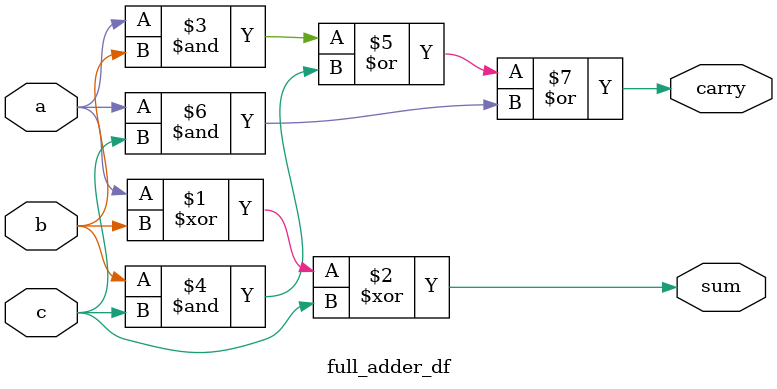
<source format=v>
/********************************************************************************************
Copyright 2019 - Maven Silicon Softech Pvt Ltd. 
 
All Rights Reserved.

This source code is an unpublished work belongs to Maven Silicon Softech Pvt Ltd.

It is not to be shared with or used by any third parties who have not enrolled for our paid training 

courses or received any written authorization from Maven Silicon.


Webpage     :      www.maven-silicon.com

Filename    :	   full_adder_df.v   

Description :      Full adder Design using dataflow

Author Name :      LakshayK

Version     :      1.0
*********************************************************************************************/
  
module full_adder_df(input a,b,c,
	             output sum,carry);
				 
   //Understand the Data-flow abstraction
   assign sum   = a ^ b ^ c;
   assign carry = (a & b) | (b & c) | (a & c);

endmodule
	
	
	
	

	
	

</source>
